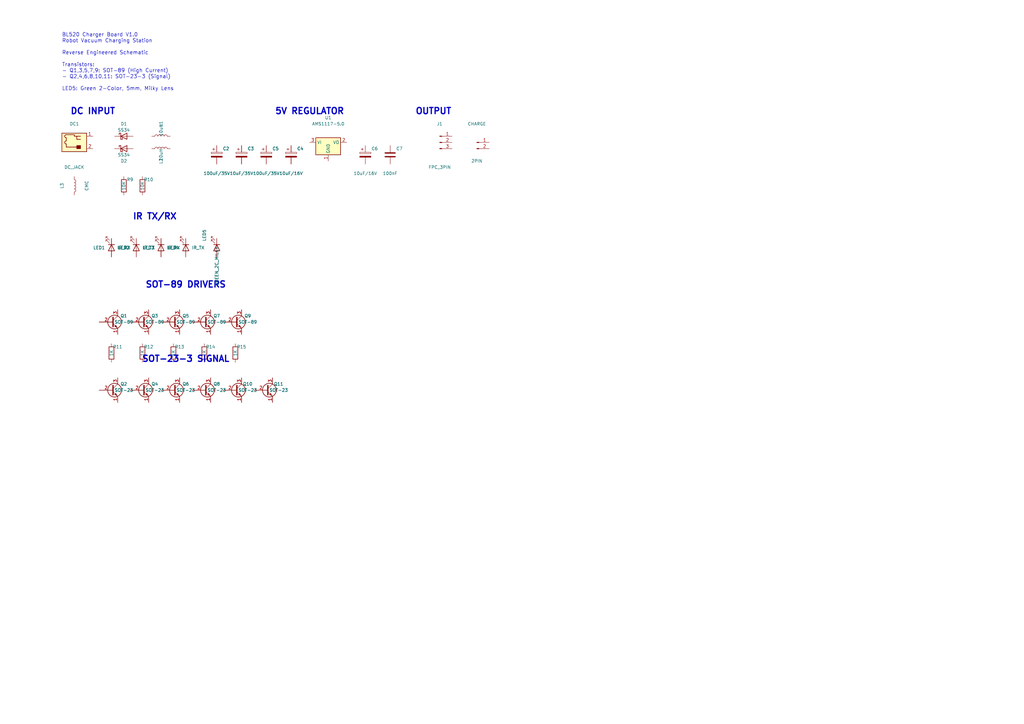
<source format=kicad_sch>
(kicad_sch (version 20231120) (generator "eeschema") (generator_version "8.0")
  (paper "A3")
  (title_block (title "BL520 Charger Board V1.0") (date "2019-03-16") (rev "1.2") (company "Robot Vacuum Charging Station") (comment 1 "Reverse Engineered Schematic") (comment 2 "TR: SOT-89 / SOT-23-3") (comment 3 "LED5: Green 2-Color Milky"))
  (lib_symbols
    (symbol "Device:R" (pin_numbers hide) (pin_names (offset 0))
      (property "Reference" "R" (at 2.032 0 90))
      (property "Value" "R" (at 0 0 90))
      (symbol "R_0_1"
        (rectangle (start -1.016 -2.54) (end 1.016 2.54) (stroke (width 0.254)))
      )
      (symbol "R_1_1"
        (pin passive line (at 0 3.81 270) (length 1.27) (name "~") (number "1"))
        (pin passive line (at 0 -3.81 90) (length 1.27) (name "~") (number "2"))
      )
    )
    (symbol "Device:C" (pin_numbers hide) (pin_names (offset 0.254))
      (property "Reference" "C" (at 0.635 2.54 0))
      (property "Value" "C" (at 0.635 -2.54 0))
      (symbol "C_0_1"
        (polyline (pts (xy -2.032 -0.762) (xy 2.032 -0.762)) (stroke (width 0.508)))
        (polyline (pts (xy -2.032 0.762) (xy 2.032 0.762)) (stroke (width 0.508)))
      )
      (symbol "C_1_1"
        (pin passive line (at 0 3.81 270) (length 2.794) (name "~") (number "1"))
        (pin passive line (at 0 -3.81 90) (length 2.794) (name "~") (number "2"))
      )
    )
    (symbol "Device:CP" (pin_numbers hide) (pin_names (offset 0.254))
      (property "Reference" "C" (at 0.635 2.54 0))
      (property "Value" "CP" (at 0.635 -2.54 0))
      (symbol "CP_0_1"
        (rectangle (start -2.286 0.508) (end 2.286 1.016))
        (polyline (pts (xy -1.778 2.286) (xy -0.762 2.286)))
        (polyline (pts (xy -1.27 2.794) (xy -1.27 1.778)))
        (rectangle (start 2.286 -0.508) (end -2.286 -1.016) (fill (type outline)))
      )
      (symbol "CP_1_1"
        (pin passive line (at 0 3.81 270) (length 2.794) (name "~") (number "1"))
        (pin passive line (at 0 -3.81 90) (length 2.794) (name "~") (number "2"))
      )
    )
    (symbol "Device:L" (pin_numbers hide) (pin_names (offset 1.016) hide)
      (property "Reference" "L" (at -1.27 0 90))
      (property "Value" "L" (at 1.905 0 90))
      (symbol "L_0_1"
        (arc (start 0 -2.54) (mid 0.6323 -1.905) (end 0 -1.27))
        (arc (start 0 -1.27) (mid 0.6323 -0.635) (end 0 0))
        (arc (start 0 0) (mid 0.6323 0.635) (end 0 1.27))
        (arc (start 0 1.27) (mid 0.6323 1.905) (end 0 2.54))
      )
      (symbol "L_1_1"
        (pin passive line (at 0 3.81 270) (length 1.27) (name "1") (number "1"))
        (pin passive line (at 0 -3.81 90) (length 1.27) (name "2") (number "2"))
      )
    )
    (symbol "Device:D_Schottky" (pin_numbers hide) (pin_names (offset 1.016) hide)
      (property "Reference" "D" (at 0 2.54 0))
      (property "Value" "D_Schottky" (at 0 -2.54 0))
      (symbol "D_Schottky_0_1"
        (polyline (pts (xy 1.27 0) (xy -1.27 0)))
        (polyline (pts (xy 1.27 1.27) (xy 1.27 -1.27) (xy -1.27 0) (xy 1.27 1.27)) (stroke (width 0.254)))
        (polyline (pts (xy -1.905 0.635) (xy -1.905 1.27) (xy -1.27 1.27) (xy -1.27 -1.27) (xy -0.635 -1.27) (xy -0.635 -0.635)) (stroke (width 0.254)))
      )
      (symbol "D_Schottky_1_1"
        (pin passive line (at -3.81 0 0) (length 2.54) (name "K") (number "1"))
        (pin passive line (at 3.81 0 180) (length 2.54) (name "A") (number "2"))
      )
    )
    (symbol "Device:LED" (pin_numbers hide) (pin_names (offset 1.016) hide)
      (property "Reference" "D" (at 0 2.54 0))
      (property "Value" "LED" (at 0 -2.54 0))
      (symbol "LED_0_1"
        (polyline (pts (xy -1.27 -1.27) (xy -1.27 1.27)) (stroke (width 0.254)))
        (polyline (pts (xy -1.27 0) (xy 1.27 0)))
        (polyline (pts (xy 1.27 -1.27) (xy 1.27 1.27) (xy -1.27 0) (xy 1.27 -1.27)) (stroke (width 0.254)))
        (polyline (pts (xy -3.048 -0.762) (xy -4.572 -2.286) (xy -3.81 -2.286) (xy -4.572 -2.286) (xy -4.572 -1.524)))
        (polyline (pts (xy -1.778 -0.762) (xy -3.302 -2.286) (xy -2.54 -2.286) (xy -3.302 -2.286) (xy -3.302 -1.524)))
      )
      (symbol "LED_1_1"
        (pin passive line (at -3.81 0 0) (length 2.54) (name "K") (number "1"))
        (pin passive line (at 3.81 0 180) (length 2.54) (name "A") (number "2"))
      )
    )
    (symbol "Transistor_BJT:BC817" (pin_names (offset 0) hide)
      (property "Reference" "Q" (at 5.08 1.905 0))
      (property "Value" "BC817" (at 5.08 0 0))
      (symbol "BC817_0_1"
        (polyline (pts (xy 0.635 0.635) (xy 2.54 2.54)))
        (polyline (pts (xy 0.635 -0.635) (xy 2.54 -2.54)))
        (polyline (pts (xy 0.635 1.905) (xy 0.635 -1.905)) (stroke (width 0.508)))
        (polyline (pts (xy 1.27 -1.778) (xy 1.778 -1.27) (xy 2.286 -2.286) (xy 1.27 -1.778)) (fill (type outline)))
        (circle (center 1.27 0) (radius 2.8194) (stroke (width 0.254)))
      )
      (symbol "BC817_1_1"
        (pin passive line (at 2.54 -5.08 90) (length 2.54) (name "E") (number "1"))
        (pin input line (at -5.08 0 0) (length 5.715) (name "B") (number "2"))
        (pin passive line (at 2.54 5.08 270) (length 2.54) (name "C") (number "3"))
      )
    )
    (symbol "Transistor_BJT:BCX56" (pin_names (offset 0) hide)
      (property "Reference" "Q" (at 5.08 1.905 0))
      (property "Value" "BCX56" (at 5.08 0 0))
      (symbol "BCX56_0_1"
        (polyline (pts (xy 0.635 0.635) (xy 2.54 2.54)))
        (polyline (pts (xy 0.635 -0.635) (xy 2.54 -2.54)))
        (polyline (pts (xy 0.635 1.905) (xy 0.635 -1.905)) (stroke (width 0.508)))
        (polyline (pts (xy 1.27 -1.778) (xy 1.778 -1.27) (xy 2.286 -2.286) (xy 1.27 -1.778)) (fill (type outline)))
        (circle (center 1.27 0) (radius 2.8194) (stroke (width 0.254)))
      )
      (symbol "BCX56_1_1"
        (pin passive line (at 2.54 -5.08 90) (length 2.54) (name "E") (number "1"))
        (pin input line (at -5.08 0 0) (length 5.715) (name "B") (number "2"))
        (pin passive line (at 2.54 5.08 270) (length 2.54) (name "C") (number "3"))
      )
    )
    (symbol "Regulator_Linear:AMS1117-5.0"
      (property "Reference" "U" (at 0 6.35 0))
      (property "Value" "AMS1117-5.0" (at 0 3.81 0))
      (symbol "AMS1117-5.0_0_1"
        (rectangle (start -5.08 -5.08) (end 5.08 1.905) (stroke (width 0.254)) (fill (type background)))
      )
      (symbol "AMS1117-5.0_1_1"
        (pin power_in line (at 0 -7.62 90) (length 2.54) (name "GND") (number "1"))
        (pin power_out line (at 7.62 0 180) (length 2.54) (name "VO") (number "2"))
        (pin power_in line (at -7.62 0 0) (length 2.54) (name "VI") (number "3"))
      )
    )
    (symbol "Connector:Barrel_Jack" (pin_names (offset 1.016))
      (property "Reference" "J" (at 0 5.842 0))
      (property "Value" "Barrel_Jack" (at 0 -5.08 0))
      (symbol "Barrel_Jack_0_1"
        (rectangle (start -5.08 3.81) (end 5.08 -3.81) (stroke (width 0.254)) (fill (type background)))
        (arc (start -3.302 3.175) (mid -3.9343 2.54) (end -3.302 1.905) (stroke (width 0.254)))
        (arc (start -3.302 0.635) (mid -3.9343 0) (end -3.302 -0.635) (stroke (width 0.254)))
        (polyline (pts (xy -3.302 3.175) (xy 0 3.175)) (stroke (width 0.254)))
        (polyline (pts (xy -3.302 1.905) (xy -3.302 0.635)) (stroke (width 0.254)))
        (polyline (pts (xy 0 3.175) (xy 0 2.54) (xy 1.016 2.54)) (stroke (width 0.254)))
        (polyline (pts (xy -3.302 -0.635) (xy -3.302 -1.905) (xy 1.016 -1.905) (xy 1.016 -2.54)) (stroke (width 0.254)))
        (rectangle (start 1.016 -1.27) (end 2.54 -2.54) (stroke (width 0.254)) (fill (type outline)))
        (polyline (pts (xy 2.54 2.54) (xy 1.016 2.54) (xy 1.016 1.27) (xy 2.54 1.27)) (stroke (width 0.254)))
      )
      (symbol "Barrel_Jack_1_1"
        (pin passive line (at 7.62 2.54 180) (length 2.54) (name "~") (number "1"))
        (pin passive line (at 7.62 -2.54 180) (length 2.54) (name "~") (number "2"))
      )
    )
    (symbol "Connector:Conn_01x02_Pin" (pin_names (offset 1.016) hide)
      (property "Reference" "J" (at 0 2.54 0))
      (property "Value" "Conn_01x02_Pin" (at 0 -5.08 0))
      (symbol "Conn_01x02_Pin_1_1"
        (polyline (pts (xy 1.27 -2.54) (xy 0.8636 -2.54)) (stroke (width 0.1524)))
        (polyline (pts (xy 1.27 0) (xy 0.8636 0)) (stroke (width 0.1524)))
        (rectangle (start 0.8636 -2.413) (end 0 -2.667) (stroke (width 0.1524)) (fill (type outline)))
        (rectangle (start 0.8636 0.127) (end 0 -0.127) (stroke (width 0.1524)) (fill (type outline)))
        (pin passive line (at 5.08 0 180) (length 3.81) (name "Pin_1") (number "1"))
        (pin passive line (at 5.08 -2.54 180) (length 3.81) (name "Pin_2") (number "2"))
      )
    )
    (symbol "Connector:Conn_01x03_Pin" (pin_names (offset 1.016) hide)
      (property "Reference" "J" (at 0 5.08 0))
      (property "Value" "Conn_01x03_Pin" (at 0 -5.08 0))
      (symbol "Conn_01x03_Pin_1_1"
        (polyline (pts (xy 1.27 -2.54) (xy 0.8636 -2.54)) (stroke (width 0.1524)))
        (polyline (pts (xy 1.27 0) (xy 0.8636 0)) (stroke (width 0.1524)))
        (polyline (pts (xy 1.27 2.54) (xy 0.8636 2.54)) (stroke (width 0.1524)))
        (rectangle (start 0.8636 -2.413) (end 0 -2.667) (stroke (width 0.1524)) (fill (type outline)))
        (rectangle (start 0.8636 0.127) (end 0 -0.127) (stroke (width 0.1524)) (fill (type outline)))
        (rectangle (start 0.8636 2.667) (end 0 2.413) (stroke (width 0.1524)) (fill (type outline)))
        (pin passive line (at 5.08 2.54 180) (length 3.81) (name "Pin_1") (number "1"))
        (pin passive line (at 5.08 0 180) (length 3.81) (name "Pin_2") (number "2"))
        (pin passive line (at 5.08 -2.54 180) (length 3.81) (name "Pin_3") (number "3"))
      )
    )
    (symbol "power:GND" (power) (pin_numbers hide) (pin_names (offset 0) hide)
      (property "Value" "GND" (at 0 -3.81 0))
      (symbol "GND_0_1"
        (polyline (pts (xy 0 0) (xy 0 -1.27) (xy 1.27 -1.27) (xy 0 -2.54) (xy -1.27 -1.27) (xy 0 -1.27)))
      )
      (symbol "GND_1_1"
        (pin power_in line (at 0 0 270) (length 0) (name "GND") (number "1"))
      )
    )
    (symbol "power:+5V" (power) (pin_numbers hide) (pin_names (offset 0) hide)
      (property "Value" "+5V" (at 0 3.556 0))
      (symbol "+5V_0_1"
        (polyline (pts (xy -0.762 1.27) (xy 0 2.54)))
        (polyline (pts (xy 0 0) (xy 0 2.54)))
        (polyline (pts (xy 0 2.54) (xy 0.762 1.27)))
      )
      (symbol "+5V_1_1"
        (pin power_in line (at 0 0 90) (length 0) (name "+5V") (number "1"))
      )
    )
  )
  (text "BL520 Charger Board V1.0\nRobot Vacuum Charging Station\n\nReverse Engineered Schematic\n\nTransistors:\n- Q1,3,5,7,9: SOT-89 (High Current)\n- Q2,4,6,8,10,11: SOT-23-3 (Signal)\n\nLED5: Green 2-Color, 5mm, Milky Lens" (at 25.4 25.4 0) (effects (font (size 1.524 1.524)) (justify left)))
  (text "DC INPUT" (at 38.1 45.72 0) (effects (font (size 2.54 2.54) bold)))
  (text "5V REGULATOR" (at 127 45.72 0) (effects (font (size 2.54 2.54) bold)))
  (text "IR TX/RX" (at 63.5 88.9 0) (effects (font (size 2.54 2.54) bold)))
  (text "SOT-89 DRIVERS" (at 76.2 116.84 0) (effects (font (size 2.54 2.54) bold)))
  (text "SOT-23-3 SIGNAL" (at 76.2 147.32 0) (effects (font (size 2.54 2.54) bold)))
  (text "OUTPUT" (at 177.8 45.72 0) (effects (font (size 2.54 2.54) bold)))
  (symbol (lib_id "Connector:Barrel_Jack") (at 30.48 58.42 0) (unit 1)
    (property "Reference" "DC1" (at 30.48 50.8 0))
    (property "Value" "DC_JACK" (at 30.48 68.58 0))
  )
  (symbol (lib_id "Device:D_Schottky") (at 50.8 55.88 0) (unit 1)
    (property "Reference" "D1" (at 50.8 50.8 0))
    (property "Value" "SS34" (at 50.8 53.34 0))
    (property "Footprint" "Diode_SMD:D_SMA" (effects hide))
  )
  (symbol (lib_id "Device:D_Schottky") (at 50.8 60.96 0) (unit 1)
    (property "Reference" "D2" (at 50.8 66.04 0))
    (property "Value" "SS34" (at 50.8 63.5 0))
    (property "Footprint" "Diode_SMD:D_SMA" (effects hide))
  )
  (symbol (lib_id "Device:L") (at 66.04 55.88 90) (unit 1)
    (property "Reference" "L1" (at 66.04 50.8 0))
    (property "Value" "10uH" (at 66.04 53.34 0))
    (property "Footprint" "Inductor_SMD:L_1206_3216Metric" (effects hide))
  )
  (symbol (lib_id "Device:L") (at 66.04 60.96 90) (unit 1)
    (property "Reference" "L2" (at 66.04 66.04 0))
    (property "Value" "10uH" (at 66.04 63.5 0))
    (property "Footprint" "Inductor_SMD:L_1206_3216Metric" (effects hide))
  )
  (symbol (lib_id "Device:L") (at 30.48 76.2 0) (unit 1)
    (property "Reference" "L3" (at 25.4 76.2 90))
    (property "Value" "CMC" (at 35.56 76.2 90))
    (property "Footprint" "Inductor_THT:L_Toroid_Horizontal" (effects hide))
  )
  (symbol (lib_id "Device:CP") (at 88.9 63.5 0) (unit 1)
    (property "Reference" "C2" (at 92.71 60.96 0))
    (property "Value" "100uF/35V" (at 88.9 71.12 0))
  )
  (symbol (lib_id "Device:CP") (at 99.06 63.5 0) (unit 1)
    (property "Reference" "C3" (at 102.87 60.96 0))
    (property "Value" "10uF/35V" (at 99.06 71.12 0))
  )
  (symbol (lib_id "Device:CP") (at 109.22 63.5 0) (unit 1)
    (property "Reference" "C5" (at 113.03 60.96 0))
    (property "Value" "100uF/35V" (at 109.22 71.12 0))
  )
  (symbol (lib_id "Regulator_Linear:AMS1117-5.0") (at 134.62 58.42 0) (unit 1)
    (property "Reference" "U1" (at 134.62 48.26 0))
    (property "Value" "AMS1117-5.0" (at 134.62 50.8 0))
    (property "Footprint" "Package_TO_SOT_SMD:SOT-223-3_TabPin2" (effects hide))
  )
  (symbol (lib_id "Device:CP") (at 119.38 63.5 0) (unit 1)
    (property "Reference" "C4" (at 123.19 60.96 0))
    (property "Value" "10uF/16V" (at 119.38 71.12 0))
  )
  (symbol (lib_id "Device:CP") (at 149.86 63.5 0) (unit 1)
    (property "Reference" "C6" (at 153.67 60.96 0))
    (property "Value" "10uF/16V" (at 149.86 71.12 0))
  )
  (symbol (lib_id "Device:C") (at 160.02 63.5 0) (unit 1)
    (property "Reference" "C7" (at 163.83 60.96 0))
    (property "Value" "100nF" (at 160.02 71.12 0))
    (property "Footprint" "Capacitor_SMD:C_0805_2012Metric" (effects hide))
  )
  (symbol (lib_id "Device:LED") (at 45.72 101.6 270) (unit 1)
    (property "Reference" "LED1" (at 40.64 101.6 90))
    (property "Value" "IR_RX" (at 50.8 101.6 90))
  )
  (symbol (lib_id "Device:LED") (at 55.88 101.6 270) (unit 1)
    (property "Reference" "LED2" (at 50.8 101.6 90))
    (property "Value" "IR_TX" (at 60.96 101.6 90))
  )
  (symbol (lib_id "Device:LED") (at 66.04 101.6 270) (unit 1)
    (property "Reference" "LED3" (at 60.96 101.6 90))
    (property "Value" "IR_RX" (at 71.12 101.6 90))
  )
  (symbol (lib_id "Device:LED") (at 76.2 101.6 270) (unit 1)
    (property "Reference" "LED4" (at 71.12 101.6 90))
    (property "Value" "IR_TX" (at 81.28 101.6 90))
  )
  (symbol (lib_id "Device:LED") (at 88.9 101.6 270) (unit 1)
    (property "Reference" "LED5" (at 83.82 96.52 0))
    (property "Value" "GREEN_2C_MILKY" (at 88.9 109.22 0))
  )
  (symbol (lib_id "Transistor_BJT:BCX56") (at 45.72 132.08 0) (unit 1)
    (property "Reference" "Q1" (at 50.8 129.54 0))
    (property "Value" "SOT-89" (at 50.8 132.08 0))
    (property "Footprint" "Package_TO_SOT_SMD:SOT-89-3" (effects hide))
  )
  (symbol (lib_id "Transistor_BJT:BCX56") (at 58.42 132.08 0) (unit 1)
    (property "Reference" "Q3" (at 63.5 129.54 0))
    (property "Value" "SOT-89" (at 63.5 132.08 0))
    (property "Footprint" "Package_TO_SOT_SMD:SOT-89-3" (effects hide))
  )
  (symbol (lib_id "Transistor_BJT:BCX56") (at 71.12 132.08 0) (unit 1)
    (property "Reference" "Q5" (at 76.2 129.54 0))
    (property "Value" "SOT-89" (at 76.2 132.08 0))
    (property "Footprint" "Package_TO_SOT_SMD:SOT-89-3" (effects hide))
  )
  (symbol (lib_id "Transistor_BJT:BCX56") (at 83.82 132.08 0) (unit 1)
    (property "Reference" "Q7" (at 88.9 129.54 0))
    (property "Value" "SOT-89" (at 88.9 132.08 0))
    (property "Footprint" "Package_TO_SOT_SMD:SOT-89-3" (effects hide))
  )
  (symbol (lib_id "Transistor_BJT:BCX56") (at 96.52 132.08 0) (unit 1)
    (property "Reference" "Q9" (at 101.6 129.54 0))
    (property "Value" "SOT-89" (at 101.6 132.08 0))
    (property "Footprint" "Package_TO_SOT_SMD:SOT-89-3" (effects hide))
  )
  (symbol (lib_id "Transistor_BJT:BC817") (at 45.72 160.02 0) (unit 1)
    (property "Reference" "Q2" (at 50.8 157.48 0))
    (property "Value" "SOT-23" (at 50.8 160.02 0))
    (property "Footprint" "Package_TO_SOT_SMD:SOT-23" (effects hide))
  )
  (symbol (lib_id "Transistor_BJT:BC817") (at 58.42 160.02 0) (unit 1)
    (property "Reference" "Q4" (at 63.5 157.48 0))
    (property "Value" "SOT-23" (at 63.5 160.02 0))
    (property "Footprint" "Package_TO_SOT_SMD:SOT-23" (effects hide))
  )
  (symbol (lib_id "Transistor_BJT:BC817") (at 71.12 160.02 0) (unit 1)
    (property "Reference" "Q6" (at 76.2 157.48 0))
    (property "Value" "SOT-23" (at 76.2 160.02 0))
    (property "Footprint" "Package_TO_SOT_SMD:SOT-23" (effects hide))
  )
  (symbol (lib_id "Transistor_BJT:BC817") (at 83.82 160.02 0) (unit 1)
    (property "Reference" "Q8" (at 88.9 157.48 0))
    (property "Value" "SOT-23" (at 88.9 160.02 0))
    (property "Footprint" "Package_TO_SOT_SMD:SOT-23" (effects hide))
  )
  (symbol (lib_id "Transistor_BJT:BC817") (at 96.52 160.02 0) (unit 1)
    (property "Reference" "Q10" (at 101.6 157.48 0))
    (property "Value" "SOT-23" (at 101.6 160.02 0))
    (property "Footprint" "Package_TO_SOT_SMD:SOT-23" (effects hide))
  )
  (symbol (lib_id "Transistor_BJT:BC817") (at 109.22 160.02 0) (unit 1)
    (property "Reference" "Q11" (at 114.3 157.48 0))
    (property "Value" "SOT-23" (at 114.3 160.02 0))
    (property "Footprint" "Package_TO_SOT_SMD:SOT-23" (effects hide))
  )
  (symbol (lib_id "Device:R") (at 50.8 76.2 0) (unit 1)
    (property "Reference" "R9" (at 53.34 73.66 0))
    (property "Value" "10K" (at 50.8 76.2 90))
    (property "Footprint" "Resistor_SMD:R_1206_3216Metric" (effects hide))
  )
  (symbol (lib_id "Device:R") (at 58.42 76.2 0) (unit 1)
    (property "Reference" "R10" (at 60.96 73.66 0))
    (property "Value" "10K" (at 58.42 76.2 90))
    (property "Footprint" "Resistor_SMD:R_1206_3216Metric" (effects hide))
  )
  (symbol (lib_id "Device:R") (at 45.72 144.78 0) (unit 1)
    (property "Reference" "R11" (at 48.26 142.24 0))
    (property "Value" "1K" (at 45.72 144.78 90))
    (property "Footprint" "Resistor_SMD:R_0603_1608Metric" (effects hide))
  )
  (symbol (lib_id "Device:R") (at 58.42 144.78 0) (unit 1)
    (property "Reference" "R12" (at 60.96 142.24 0))
    (property "Value" "1K" (at 58.42 144.78 90))
    (property "Footprint" "Resistor_SMD:R_0603_1608Metric" (effects hide))
  )
  (symbol (lib_id "Device:R") (at 71.12 144.78 0) (unit 1)
    (property "Reference" "R13" (at 73.66 142.24 0))
    (property "Value" "1K" (at 71.12 144.78 90))
    (property "Footprint" "Resistor_SMD:R_0603_1608Metric" (effects hide))
  )
  (symbol (lib_id "Device:R") (at 83.82 144.78 0) (unit 1)
    (property "Reference" "R14" (at 86.36 142.24 0))
    (property "Value" "1K" (at 83.82 144.78 90))
    (property "Footprint" "Resistor_SMD:R_0603_1608Metric" (effects hide))
  )
  (symbol (lib_id "Device:R") (at 96.52 144.78 0) (unit 1)
    (property "Reference" "R15" (at 99.06 142.24 0))
    (property "Value" "1K" (at 96.52 144.78 90))
    (property "Footprint" "Resistor_SMD:R_0603_1608Metric" (effects hide))
  )
  (symbol (lib_id "Connector:Conn_01x03_Pin") (at 180.34 58.42 0) (unit 1)
    (property "Reference" "J1" (at 180.34 50.8 0))
    (property "Value" "FPC_3PIN" (at 180.34 68.58 0))
    (property "Footprint" "Connector_PinHeader_2.54mm:PinHeader_1x03_P2.54mm_Vertical" (effects hide))
  )
  (symbol (lib_id "Connector:Conn_01x02_Pin") (at 195.58 58.42 0) (unit 1)
    (property "Reference" "CHARGE" (at 195.58 50.8 0))
    (property "Value" "2PIN" (at 195.58 66.04 0))
    (property "Footprint" "Connector_PinHeader_2.54mm:PinHeader_1x02_P2.54mm_Vertical" (effects hide))
  )
)
</source>
